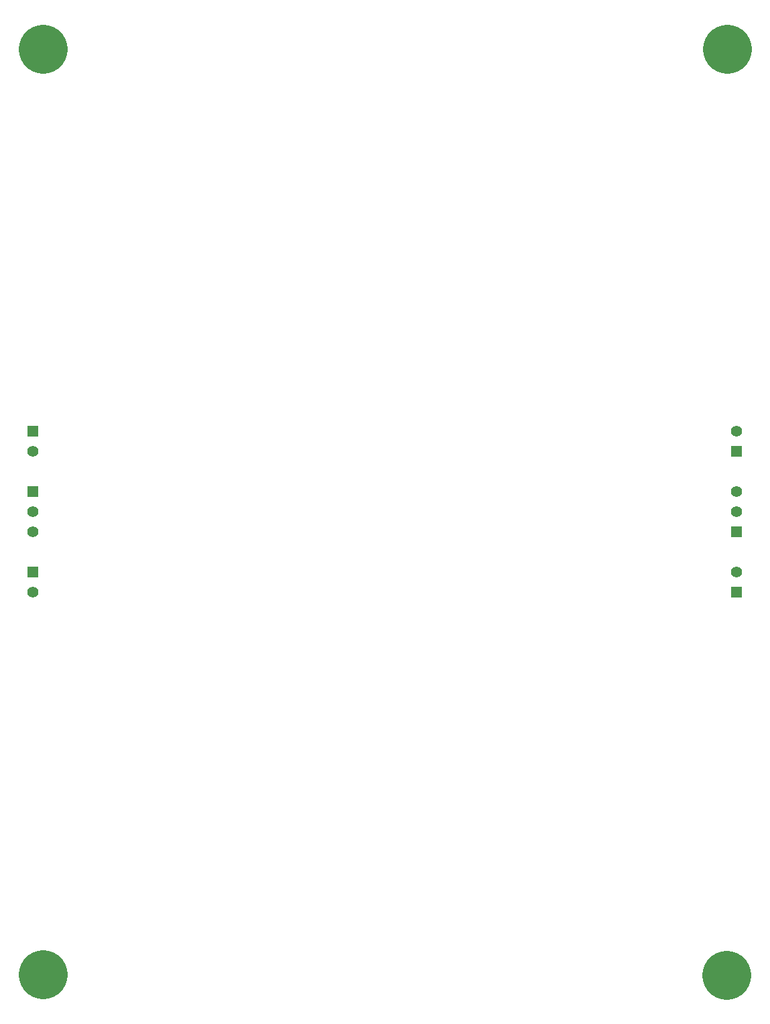
<source format=gbl>
G04 ( created by brdgerber.py ( brdgerber.py v0.1 2014-03-12 ) ) date 2020-10-29 11:40:14 EDT*
G04 Gerber Fmt 3.4, Leading zero omitted, Abs format*
%MOIN*%
%FSLAX34Y34*%
G01*
G70*
G90*
G04 APERTURE LIST*
%ADD20C,0.0059*%
%ADD10R,0.0550X0.0550*%
%ADD14R,0.0590X0.0354*%
%ADD16R,0.0629X0.0709*%
%ADD13C,0.0120*%
%ADD12C,0.0000*%
%ADD15C,0.0050*%
%ADD19C,0.2440*%
%ADD17C,0.0060*%
%ADD11C,0.0550*%
%ADD18C,0.0200*%
G04 APERTURE END LIST*
G54D20*
D10*
X-01500Y-15000D03*
D11*
X-01500Y-16000D03*
D10*
X33500Y-16000D03*
D11*
X33500Y-15000D03*
D10*
X33500Y-23000D03*
D11*
X33500Y-22000D03*
D10*
X33500Y-20000D03*
D11*
X33500Y-19000D03*
D11*
X33500Y-18000D03*
D10*
X-01500Y-22000D03*
D11*
X-01500Y-23000D03*
D10*
X-01500Y-18000D03*
D11*
X-01500Y-19000D03*
D11*
X-01500Y-20000D03*
D19*
G01X33000Y-42050D02*
G01X33000Y-42050D01*
D19*
G01X33050Y04000D02*
G01X33050Y04000D01*
D19*
G01X-01000Y-42000D02*
G01X-01000Y-42000D01*
D19*
G01X-01000Y04000D02*
G01X-01000Y04000D01*
M02*

</source>
